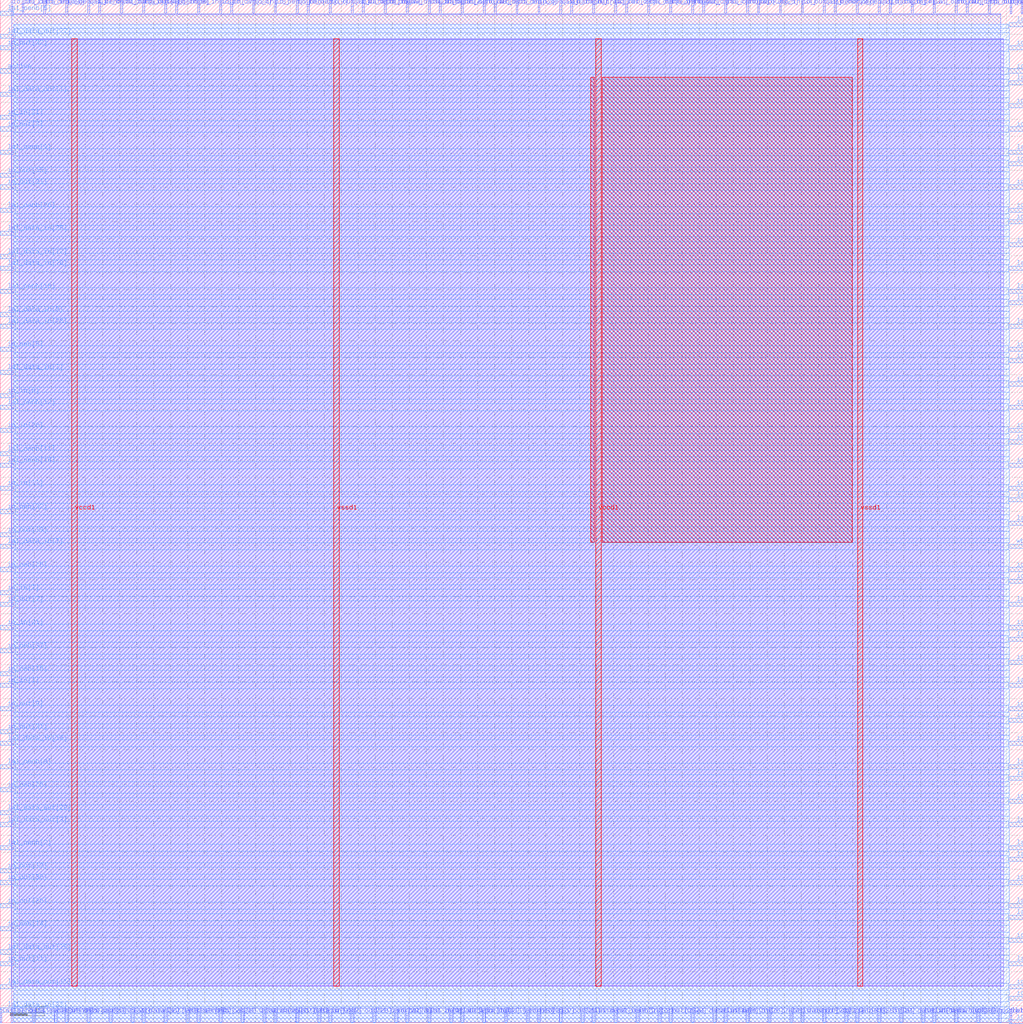
<source format=lef>
VERSION 5.7 ;
  NOWIREEXTENSIONATPIN ON ;
  DIVIDERCHAR "/" ;
  BUSBITCHARS "[]" ;
MACRO wrapped_PrimitiveCalculator
  CLASS BLOCK ;
  FOREIGN wrapped_PrimitiveCalculator ;
  ORIGIN 0.000 0.000 ;
  SIZE 300.000 BY 300.000 ;
  PIN active
    DIRECTION INPUT ;
    USE SIGNAL ;
    PORT
      LAYER met3 ;
        RECT 0.000 278.540 4.000 279.740 ;
    END
  END active
  PIN io_in[0]
    DIRECTION INPUT ;
    USE SIGNAL ;
    PORT
      LAYER met2 ;
        RECT 93.330 0.000 93.890 4.000 ;
    END
  END io_in[0]
  PIN io_in[10]
    DIRECTION INPUT ;
    USE SIGNAL ;
    PORT
      LAYER met2 ;
        RECT 167.390 296.000 167.950 300.000 ;
    END
  END io_in[10]
  PIN io_in[11]
    DIRECTION INPUT ;
    USE SIGNAL ;
    PORT
      LAYER met2 ;
        RECT 3.170 296.000 3.730 300.000 ;
    END
  END io_in[11]
  PIN io_in[12]
    DIRECTION INPUT ;
    USE SIGNAL ;
    PORT
      LAYER met3 ;
        RECT 296.000 251.340 300.000 252.540 ;
    END
  END io_in[12]
  PIN io_in[13]
    DIRECTION INPUT ;
    USE SIGNAL ;
    PORT
      LAYER met2 ;
        RECT 141.630 0.000 142.190 4.000 ;
    END
  END io_in[13]
  PIN io_in[14]
    DIRECTION INPUT ;
    USE SIGNAL ;
    PORT
      LAYER met2 ;
        RECT 112.650 296.000 113.210 300.000 ;
    END
  END io_in[14]
  PIN io_in[15]
    DIRECTION INPUT ;
    USE SIGNAL ;
    PORT
      LAYER met3 ;
        RECT 296.000 261.540 300.000 262.740 ;
    END
  END io_in[15]
  PIN io_in[16]
    DIRECTION INPUT ;
    USE SIGNAL ;
    PORT
      LAYER met3 ;
        RECT 296.000 23.540 300.000 24.740 ;
    END
  END io_in[16]
  PIN io_in[17]
    DIRECTION INPUT ;
    USE SIGNAL ;
    PORT
      LAYER met2 ;
        RECT 64.350 296.000 64.910 300.000 ;
    END
  END io_in[17]
  PIN io_in[18]
    DIRECTION INPUT ;
    USE SIGNAL ;
    PORT
      LAYER met2 ;
        RECT 74.010 296.000 74.570 300.000 ;
    END
  END io_in[18]
  PIN io_in[19]
    DIRECTION INPUT ;
    USE SIGNAL ;
    PORT
      LAYER met2 ;
        RECT 257.550 0.000 258.110 4.000 ;
    END
  END io_in[19]
  PIN io_in[1]
    DIRECTION INPUT ;
    USE SIGNAL ;
    PORT
      LAYER met3 ;
        RECT 0.000 98.340 4.000 99.540 ;
    END
  END io_in[1]
  PIN io_in[20]
    DIRECTION INPUT ;
    USE SIGNAL ;
    PORT
      LAYER met3 ;
        RECT 0.000 173.140 4.000 174.340 ;
    END
  END io_in[20]
  PIN io_in[21]
    DIRECTION INPUT ;
    USE SIGNAL ;
    PORT
      LAYER met3 ;
        RECT 0.000 115.340 4.000 116.540 ;
    END
  END io_in[21]
  PIN io_in[22]
    DIRECTION INPUT ;
    USE SIGNAL ;
    PORT
      LAYER met3 ;
        RECT 296.000 91.540 300.000 92.740 ;
    END
  END io_in[22]
  PIN io_in[23]
    DIRECTION INPUT ;
    USE SIGNAL ;
    PORT
      LAYER met2 ;
        RECT 57.910 296.000 58.470 300.000 ;
    END
  END io_in[23]
  PIN io_in[24]
    DIRECTION INPUT ;
    USE SIGNAL ;
    PORT
      LAYER met2 ;
        RECT 41.810 296.000 42.370 300.000 ;
    END
  END io_in[24]
  PIN io_in[25]
    DIRECTION INPUT ;
    USE SIGNAL ;
    PORT
      LAYER met2 ;
        RECT 225.350 0.000 225.910 4.000 ;
    END
  END io_in[25]
  PIN io_in[26]
    DIRECTION INPUT ;
    USE SIGNAL ;
    PORT
      LAYER met2 ;
        RECT 218.910 0.000 219.470 4.000 ;
    END
  END io_in[26]
  PIN io_in[27]
    DIRECTION INPUT ;
    USE SIGNAL ;
    PORT
      LAYER met3 ;
        RECT 296.000 64.340 300.000 65.540 ;
    END
  END io_in[27]
  PIN io_in[28]
    DIRECTION INPUT ;
    USE SIGNAL ;
    PORT
      LAYER met2 ;
        RECT 196.370 0.000 196.930 4.000 ;
    END
  END io_in[28]
  PIN io_in[29]
    DIRECTION INPUT ;
    USE SIGNAL ;
    PORT
      LAYER met2 ;
        RECT 299.410 296.000 299.970 300.000 ;
    END
  END io_in[29]
  PIN io_in[2]
    DIRECTION INPUT ;
    USE SIGNAL ;
    PORT
      LAYER met2 ;
        RECT 96.550 0.000 97.110 4.000 ;
    END
  END io_in[2]
  PIN io_in[30]
    DIRECTION INPUT ;
    USE SIGNAL ;
    PORT
      LAYER met3 ;
        RECT 296.000 115.340 300.000 116.540 ;
    END
  END io_in[30]
  PIN io_in[31]
    DIRECTION INPUT ;
    USE SIGNAL ;
    PORT
      LAYER met3 ;
        RECT 0.000 264.940 4.000 266.140 ;
    END
  END io_in[31]
  PIN io_in[32]
    DIRECTION INPUT ;
    USE SIGNAL ;
    PORT
      LAYER met2 ;
        RECT 186.710 0.000 187.270 4.000 ;
    END
  END io_in[32]
  PIN io_in[33]
    DIRECTION INPUT ;
    USE SIGNAL ;
    PORT
      LAYER met3 ;
        RECT 0.000 156.140 4.000 157.340 ;
    END
  END io_in[33]
  PIN io_in[34]
    DIRECTION INPUT ;
    USE SIGNAL ;
    PORT
      LAYER met2 ;
        RECT 228.570 296.000 229.130 300.000 ;
    END
  END io_in[34]
  PIN io_in[35]
    DIRECTION INPUT ;
    USE SIGNAL ;
    PORT
      LAYER met2 ;
        RECT 260.770 296.000 261.330 300.000 ;
    END
  END io_in[35]
  PIN io_in[36]
    DIRECTION INPUT ;
    USE SIGNAL ;
    PORT
      LAYER met3 ;
        RECT 296.000 186.740 300.000 187.940 ;
    END
  END io_in[36]
  PIN io_in[37]
    DIRECTION INPUT ;
    USE SIGNAL ;
    PORT
      LAYER met2 ;
        RECT 267.210 296.000 267.770 300.000 ;
    END
  END io_in[37]
  PIN io_in[3]
    DIRECTION INPUT ;
    USE SIGNAL ;
    PORT
      LAYER met2 ;
        RECT 173.830 296.000 174.390 300.000 ;
    END
  END io_in[3]
  PIN io_in[4]
    DIRECTION INPUT ;
    USE SIGNAL ;
    PORT
      LAYER met3 ;
        RECT 296.000 179.940 300.000 181.140 ;
    END
  END io_in[4]
  PIN io_in[5]
    DIRECTION INPUT ;
    USE SIGNAL ;
    PORT
      LAYER met3 ;
        RECT 296.000 285.340 300.000 286.540 ;
    END
  END io_in[5]
  PIN io_in[6]
    DIRECTION INPUT ;
    USE SIGNAL ;
    PORT
      LAYER met3 ;
        RECT 0.000 183.340 4.000 184.540 ;
    END
  END io_in[6]
  PIN io_in[7]
    DIRECTION INPUT ;
    USE SIGNAL ;
    PORT
      LAYER met3 ;
        RECT 0.000 125.540 4.000 126.740 ;
    END
  END io_in[7]
  PIN io_in[8]
    DIRECTION INPUT ;
    USE SIGNAL ;
    PORT
      LAYER met3 ;
        RECT 296.000 196.940 300.000 198.140 ;
    END
  END io_in[8]
  PIN io_in[9]
    DIRECTION INPUT ;
    USE SIGNAL ;
    PORT
      LAYER met2 ;
        RECT 51.470 296.000 52.030 300.000 ;
    END
  END io_in[9]
  PIN io_oeb[0]
    DIRECTION INOUT ;
    USE SIGNAL ;
    PORT
      LAYER met2 ;
        RECT 157.730 0.000 158.290 4.000 ;
    END
  END io_oeb[0]
  PIN io_oeb[10]
    DIRECTION INOUT ;
    USE SIGNAL ;
    PORT
      LAYER met3 ;
        RECT 0.000 101.740 4.000 102.940 ;
    END
  END io_oeb[10]
  PIN io_oeb[11]
    DIRECTION INOUT ;
    USE SIGNAL ;
    PORT
      LAYER met3 ;
        RECT 296.000 169.740 300.000 170.940 ;
    END
  END io_oeb[11]
  PIN io_oeb[12]
    DIRECTION INOUT ;
    USE SIGNAL ;
    PORT
      LAYER met3 ;
        RECT 296.000 88.140 300.000 89.340 ;
    END
  END io_oeb[12]
  PIN io_oeb[13]
    DIRECTION INOUT ;
    USE SIGNAL ;
    PORT
      LAYER met3 ;
        RECT 296.000 81.340 300.000 82.540 ;
    END
  END io_oeb[13]
  PIN io_oeb[14]
    DIRECTION INOUT ;
    USE SIGNAL ;
    PORT
      LAYER met3 ;
        RECT 0.000 26.940 4.000 28.140 ;
    END
  END io_oeb[14]
  PIN io_oeb[15]
    DIRECTION INOUT ;
    USE SIGNAL ;
    PORT
      LAYER met2 ;
        RECT 86.890 296.000 87.450 300.000 ;
    END
  END io_oeb[15]
  PIN io_oeb[16]
    DIRECTION INOUT ;
    USE SIGNAL ;
    PORT
      LAYER met3 ;
        RECT 296.000 9.940 300.000 11.140 ;
    END
  END io_oeb[16]
  PIN io_oeb[17]
    DIRECTION INOUT ;
    USE SIGNAL ;
    PORT
      LAYER met2 ;
        RECT 80.450 0.000 81.010 4.000 ;
    END
  END io_oeb[17]
  PIN io_oeb[18]
    DIRECTION INOUT ;
    USE SIGNAL ;
    PORT
      LAYER met2 ;
        RECT 218.910 296.000 219.470 300.000 ;
    END
  END io_oeb[18]
  PIN io_oeb[19]
    DIRECTION INOUT ;
    USE SIGNAL ;
    PORT
      LAYER met2 ;
        RECT 90.110 296.000 90.670 300.000 ;
    END
  END io_oeb[19]
  PIN io_oeb[1]
    DIRECTION INOUT ;
    USE SIGNAL ;
    PORT
      LAYER met2 ;
        RECT 235.010 0.000 235.570 4.000 ;
    END
  END io_oeb[1]
  PIN io_oeb[20]
    DIRECTION INOUT ;
    USE SIGNAL ;
    PORT
      LAYER met3 ;
        RECT 296.000 128.940 300.000 130.140 ;
    END
  END io_oeb[20]
  PIN io_oeb[21]
    DIRECTION INOUT ;
    USE SIGNAL ;
    PORT
      LAYER met2 ;
        RECT 12.830 296.000 13.390 300.000 ;
    END
  END io_oeb[21]
  PIN io_oeb[22]
    DIRECTION INOUT ;
    USE SIGNAL ;
    PORT
      LAYER met2 ;
        RECT 32.150 0.000 32.710 4.000 ;
    END
  END io_oeb[22]
  PIN io_oeb[23]
    DIRECTION INOUT ;
    USE SIGNAL ;
    PORT
      LAYER met2 ;
        RECT 151.290 296.000 151.850 300.000 ;
    END
  END io_oeb[23]
  PIN io_oeb[24]
    DIRECTION INOUT ;
    USE SIGNAL ;
    PORT
      LAYER met2 ;
        RECT 157.730 296.000 158.290 300.000 ;
    END
  END io_oeb[24]
  PIN io_oeb[25]
    DIRECTION INOUT ;
    USE SIGNAL ;
    PORT
      LAYER met2 ;
        RECT 286.530 0.000 287.090 4.000 ;
    END
  END io_oeb[25]
  PIN io_oeb[26]
    DIRECTION INOUT ;
    USE SIGNAL ;
    PORT
      LAYER met3 ;
        RECT 296.000 234.340 300.000 235.540 ;
    END
  END io_oeb[26]
  PIN io_oeb[27]
    DIRECTION INOUT ;
    USE SIGNAL ;
    PORT
      LAYER met2 ;
        RECT 180.270 296.000 180.830 300.000 ;
    END
  END io_oeb[27]
  PIN io_oeb[28]
    DIRECTION INOUT ;
    USE SIGNAL ;
    PORT
      LAYER met2 ;
        RECT 251.110 0.000 251.670 4.000 ;
    END
  END io_oeb[28]
  PIN io_oeb[29]
    DIRECTION INOUT ;
    USE SIGNAL ;
    PORT
      LAYER met3 ;
        RECT 296.000 193.540 300.000 194.740 ;
    END
  END io_oeb[29]
  PIN io_oeb[2]
    DIRECTION INOUT ;
    USE SIGNAL ;
    PORT
      LAYER met2 ;
        RECT 251.110 296.000 251.670 300.000 ;
    END
  END io_oeb[2]
  PIN io_oeb[30]
    DIRECTION INOUT ;
    USE SIGNAL ;
    PORT
      LAYER met2 ;
        RECT 19.270 296.000 19.830 300.000 ;
    END
  END io_oeb[30]
  PIN io_oeb[31]
    DIRECTION INOUT ;
    USE SIGNAL ;
    PORT
      LAYER met2 ;
        RECT 247.890 0.000 248.450 4.000 ;
    END
  END io_oeb[31]
  PIN io_oeb[32]
    DIRECTION INOUT ;
    USE SIGNAL ;
    PORT
      LAYER met3 ;
        RECT 0.000 149.340 4.000 150.540 ;
    END
  END io_oeb[32]
  PIN io_oeb[33]
    DIRECTION INOUT ;
    USE SIGNAL ;
    PORT
      LAYER met2 ;
        RECT 292.970 0.000 293.530 4.000 ;
    END
  END io_oeb[33]
  PIN io_oeb[34]
    DIRECTION INOUT ;
    USE SIGNAL ;
    PORT
      LAYER met2 ;
        RECT 67.570 296.000 68.130 300.000 ;
    END
  END io_oeb[34]
  PIN io_oeb[35]
    DIRECTION INOUT ;
    USE SIGNAL ;
    PORT
      LAYER met3 ;
        RECT 0.000 132.340 4.000 133.540 ;
    END
  END io_oeb[35]
  PIN io_oeb[36]
    DIRECTION INOUT ;
    USE SIGNAL ;
    PORT
      LAYER met3 ;
        RECT 0.000 67.740 4.000 68.940 ;
    END
  END io_oeb[36]
  PIN io_oeb[37]
    DIRECTION INOUT ;
    USE SIGNAL ;
    PORT
      LAYER met3 ;
        RECT 0.000 108.540 4.000 109.740 ;
    END
  END io_oeb[37]
  PIN io_oeb[3]
    DIRECTION INOUT ;
    USE SIGNAL ;
    PORT
      LAYER met2 ;
        RECT 154.510 0.000 155.070 4.000 ;
    END
  END io_oeb[3]
  PIN io_oeb[4]
    DIRECTION INOUT ;
    USE SIGNAL ;
    PORT
      LAYER met3 ;
        RECT 296.000 -0.260 300.000 0.940 ;
    END
  END io_oeb[4]
  PIN io_oeb[5]
    DIRECTION INOUT ;
    USE SIGNAL ;
    PORT
      LAYER met3 ;
        RECT 0.000 196.940 4.000 198.140 ;
    END
  END io_oeb[5]
  PIN io_oeb[6]
    DIRECTION INOUT ;
    USE SIGNAL ;
    PORT
      LAYER met3 ;
        RECT 296.000 105.140 300.000 106.340 ;
    END
  END io_oeb[6]
  PIN io_oeb[7]
    DIRECTION INOUT ;
    USE SIGNAL ;
    PORT
      LAYER met2 ;
        RECT 80.450 296.000 81.010 300.000 ;
    END
  END io_oeb[7]
  PIN io_oeb[8]
    DIRECTION INOUT ;
    USE SIGNAL ;
    PORT
      LAYER met2 ;
        RECT 25.710 0.000 26.270 4.000 ;
    END
  END io_oeb[8]
  PIN io_oeb[9]
    DIRECTION INOUT ;
    USE SIGNAL ;
    PORT
      LAYER met2 ;
        RECT 64.350 0.000 64.910 4.000 ;
    END
  END io_oeb[9]
  PIN io_out[0]
    DIRECTION INOUT ;
    USE SIGNAL ;
    PORT
      LAYER met3 ;
        RECT 296.000 278.540 300.000 279.740 ;
    END
  END io_out[0]
  PIN io_out[10]
    DIRECTION INOUT ;
    USE SIGNAL ;
    PORT
      LAYER met3 ;
        RECT 296.000 162.940 300.000 164.140 ;
    END
  END io_out[10]
  PIN io_out[11]
    DIRECTION INOUT ;
    USE SIGNAL ;
    PORT
      LAYER met3 ;
        RECT 0.000 16.740 4.000 17.940 ;
    END
  END io_out[11]
  PIN io_out[12]
    DIRECTION INOUT ;
    USE SIGNAL ;
    PORT
      LAYER met3 ;
        RECT 0.000 43.940 4.000 45.140 ;
    END
  END io_out[12]
  PIN io_out[13]
    DIRECTION INOUT ;
    USE SIGNAL ;
    PORT
      LAYER met2 ;
        RECT 241.450 0.000 242.010 4.000 ;
    END
  END io_out[13]
  PIN io_out[14]
    DIRECTION INOUT ;
    USE SIGNAL ;
    PORT
      LAYER met3 ;
        RECT 296.000 237.740 300.000 238.940 ;
    END
  END io_out[14]
  PIN io_out[15]
    DIRECTION INOUT ;
    USE SIGNAL ;
    PORT
      LAYER met3 ;
        RECT 0.000 247.940 4.000 249.140 ;
    END
  END io_out[15]
  PIN io_out[16]
    DIRECTION INOUT ;
    USE SIGNAL ;
    PORT
      LAYER met3 ;
        RECT 296.000 156.140 300.000 157.340 ;
    END
  END io_out[16]
  PIN io_out[17]
    DIRECTION INOUT ;
    USE SIGNAL ;
    PORT
      LAYER met2 ;
        RECT 280.090 296.000 280.650 300.000 ;
    END
  END io_out[17]
  PIN io_out[18]
    DIRECTION INOUT ;
    USE SIGNAL ;
    PORT
      LAYER met2 ;
        RECT 280.090 0.000 280.650 4.000 ;
    END
  END io_out[18]
  PIN io_out[19]
    DIRECTION INOUT ;
    USE SIGNAL ;
    PORT
      LAYER met3 ;
        RECT 0.000 142.540 4.000 143.740 ;
    END
  END io_out[19]
  PIN io_out[1]
    DIRECTION INOUT ;
    USE SIGNAL ;
    PORT
      LAYER met2 ;
        RECT 202.810 296.000 203.370 300.000 ;
    END
  END io_out[1]
  PIN io_out[20]
    DIRECTION INOUT ;
    USE SIGNAL ;
    PORT
      LAYER met2 ;
        RECT 244.670 296.000 245.230 300.000 ;
    END
  END io_out[20]
  PIN io_out[21]
    DIRECTION INOUT ;
    USE SIGNAL ;
    PORT
      LAYER met3 ;
        RECT 0.000 244.540 4.000 245.740 ;
    END
  END io_out[21]
  PIN io_out[22]
    DIRECTION INOUT ;
    USE SIGNAL ;
    PORT
      LAYER met2 ;
        RECT 193.150 0.000 193.710 4.000 ;
    END
  END io_out[22]
  PIN io_out[23]
    DIRECTION INOUT ;
    USE SIGNAL ;
    PORT
      LAYER met3 ;
        RECT 296.000 132.340 300.000 133.540 ;
    END
  END io_out[23]
  PIN io_out[24]
    DIRECTION INOUT ;
    USE SIGNAL ;
    PORT
      LAYER met2 ;
        RECT 164.170 0.000 164.730 4.000 ;
    END
  END io_out[24]
  PIN io_out[25]
    DIRECTION INOUT ;
    USE SIGNAL ;
    PORT
      LAYER met2 ;
        RECT 222.130 296.000 222.690 300.000 ;
    END
  END io_out[25]
  PIN io_out[26]
    DIRECTION INOUT ;
    USE SIGNAL ;
    PORT
      LAYER met3 ;
        RECT 0.000 33.740 4.000 34.940 ;
    END
  END io_out[26]
  PIN io_out[27]
    DIRECTION INOUT ;
    USE SIGNAL ;
    PORT
      LAYER met2 ;
        RECT 235.010 296.000 235.570 300.000 ;
    END
  END io_out[27]
  PIN io_out[28]
    DIRECTION INOUT ;
    USE SIGNAL ;
    PORT
      LAYER met2 ;
        RECT 102.990 0.000 103.550 4.000 ;
    END
  END io_out[28]
  PIN io_out[29]
    DIRECTION INOUT ;
    USE SIGNAL ;
    PORT
      LAYER met3 ;
        RECT 296.000 6.540 300.000 7.740 ;
    END
  END io_out[29]
  PIN io_out[2]
    DIRECTION INOUT ;
    USE SIGNAL ;
    PORT
      LAYER met2 ;
        RECT 41.810 0.000 42.370 4.000 ;
    END
  END io_out[2]
  PIN io_out[30]
    DIRECTION INOUT ;
    USE SIGNAL ;
    PORT
      LAYER met3 ;
        RECT 0.000 40.540 4.000 41.740 ;
    END
  END io_out[30]
  PIN io_out[31]
    DIRECTION INOUT ;
    USE SIGNAL ;
    PORT
      LAYER met3 ;
        RECT 0.000 84.740 4.000 85.940 ;
    END
  END io_out[31]
  PIN io_out[32]
    DIRECTION INOUT ;
    USE SIGNAL ;
    PORT
      LAYER met3 ;
        RECT 0.000 285.340 4.000 286.540 ;
    END
  END io_out[32]
  PIN io_out[33]
    DIRECTION INOUT ;
    USE SIGNAL ;
    PORT
      LAYER met3 ;
        RECT 296.000 40.540 300.000 41.740 ;
    END
  END io_out[33]
  PIN io_out[34]
    DIRECTION INOUT ;
    USE SIGNAL ;
    PORT
      LAYER met3 ;
        RECT 296.000 244.540 300.000 245.740 ;
    END
  END io_out[34]
  PIN io_out[35]
    DIRECTION INOUT ;
    USE SIGNAL ;
    PORT
      LAYER met3 ;
        RECT 296.000 227.540 300.000 228.740 ;
    END
  END io_out[35]
  PIN io_out[36]
    DIRECTION INOUT ;
    USE SIGNAL ;
    PORT
      LAYER met2 ;
        RECT 96.550 296.000 97.110 300.000 ;
    END
  END io_out[36]
  PIN io_out[37]
    DIRECTION INOUT ;
    USE SIGNAL ;
    PORT
      LAYER met3 ;
        RECT 296.000 268.340 300.000 269.540 ;
    END
  END io_out[37]
  PIN io_out[3]
    DIRECTION INOUT ;
    USE SIGNAL ;
    PORT
      LAYER met3 ;
        RECT 0.000 261.540 4.000 262.740 ;
    END
  END io_out[3]
  PIN io_out[4]
    DIRECTION INOUT ;
    USE SIGNAL ;
    PORT
      LAYER met3 ;
        RECT 296.000 173.140 300.000 174.340 ;
    END
  END io_out[4]
  PIN io_out[5]
    DIRECTION INOUT ;
    USE SIGNAL ;
    PORT
      LAYER met2 ;
        RECT 141.630 296.000 142.190 300.000 ;
    END
  END io_out[5]
  PIN io_out[6]
    DIRECTION INOUT ;
    USE SIGNAL ;
    PORT
      LAYER met2 ;
        RECT 289.750 296.000 290.310 300.000 ;
    END
  END io_out[6]
  PIN io_out[7]
    DIRECTION INOUT ;
    USE SIGNAL ;
    PORT
      LAYER met3 ;
        RECT 0.000 122.140 4.000 123.340 ;
    END
  END io_out[7]
  PIN io_out[8]
    DIRECTION INOUT ;
    USE SIGNAL ;
    PORT
      LAYER met2 ;
        RECT 115.870 0.000 116.430 4.000 ;
    END
  END io_out[8]
  PIN io_out[9]
    DIRECTION INOUT ;
    USE SIGNAL ;
    PORT
      LAYER met3 ;
        RECT 0.000 91.540 4.000 92.740 ;
    END
  END io_out[9]
  PIN la1_data_in[0]
    DIRECTION INPUT ;
    USE SIGNAL ;
    PORT
      LAYER met3 ;
        RECT 296.000 47.340 300.000 48.540 ;
    END
  END la1_data_in[0]
  PIN la1_data_in[10]
    DIRECTION INPUT ;
    USE SIGNAL ;
    PORT
      LAYER met2 ;
        RECT 131.970 0.000 132.530 4.000 ;
    END
  END la1_data_in[10]
  PIN la1_data_in[11]
    DIRECTION INPUT ;
    USE SIGNAL ;
    PORT
      LAYER met3 ;
        RECT 296.000 33.740 300.000 34.940 ;
    END
  END la1_data_in[11]
  PIN la1_data_in[12]
    DIRECTION INPUT ;
    USE SIGNAL ;
    PORT
      LAYER met3 ;
        RECT 0.000 224.140 4.000 225.340 ;
    END
  END la1_data_in[12]
  PIN la1_data_in[13]
    DIRECTION INPUT ;
    USE SIGNAL ;
    PORT
      LAYER met2 ;
        RECT 202.810 0.000 203.370 4.000 ;
    END
  END la1_data_in[13]
  PIN la1_data_in[14]
    DIRECTION INPUT ;
    USE SIGNAL ;
    PORT
      LAYER met3 ;
        RECT 0.000 81.340 4.000 82.540 ;
    END
  END la1_data_in[14]
  PIN la1_data_in[15]
    DIRECTION INPUT ;
    USE SIGNAL ;
    PORT
      LAYER met2 ;
        RECT 102.990 296.000 103.550 300.000 ;
    END
  END la1_data_in[15]
  PIN la1_data_in[16]
    DIRECTION INPUT ;
    USE SIGNAL ;
    PORT
      LAYER met2 ;
        RECT 189.930 296.000 190.490 300.000 ;
    END
  END la1_data_in[16]
  PIN la1_data_in[17]
    DIRECTION INPUT ;
    USE SIGNAL ;
    PORT
      LAYER met2 ;
        RECT 144.850 296.000 145.410 300.000 ;
    END
  END la1_data_in[17]
  PIN la1_data_in[18]
    DIRECTION INPUT ;
    USE SIGNAL ;
    PORT
      LAYER met2 ;
        RECT 263.990 0.000 264.550 4.000 ;
    END
  END la1_data_in[18]
  PIN la1_data_in[19]
    DIRECTION INPUT ;
    USE SIGNAL ;
    PORT
      LAYER met2 ;
        RECT 106.210 296.000 106.770 300.000 ;
    END
  END la1_data_in[19]
  PIN la1_data_in[1]
    DIRECTION INPUT ;
    USE SIGNAL ;
    PORT
      LAYER met2 ;
        RECT 119.090 0.000 119.650 4.000 ;
    END
  END la1_data_in[1]
  PIN la1_data_in[20]
    DIRECTION INPUT ;
    USE SIGNAL ;
    PORT
      LAYER met3 ;
        RECT 0.000 220.740 4.000 221.940 ;
    END
  END la1_data_in[20]
  PIN la1_data_in[21]
    DIRECTION INPUT ;
    USE SIGNAL ;
    PORT
      LAYER met2 ;
        RECT 296.190 296.000 296.750 300.000 ;
    END
  END la1_data_in[21]
  PIN la1_data_in[22]
    DIRECTION INPUT ;
    USE SIGNAL ;
    PORT
      LAYER met3 ;
        RECT 296.000 50.740 300.000 51.940 ;
    END
  END la1_data_in[22]
  PIN la1_data_in[23]
    DIRECTION INPUT ;
    USE SIGNAL ;
    PORT
      LAYER met3 ;
        RECT 0.000 3.140 4.000 4.340 ;
    END
  END la1_data_in[23]
  PIN la1_data_in[24]
    DIRECTION INPUT ;
    USE SIGNAL ;
    PORT
      LAYER met2 ;
        RECT 86.890 0.000 87.450 4.000 ;
    END
  END la1_data_in[24]
  PIN la1_data_in[25]
    DIRECTION INPUT ;
    USE SIGNAL ;
    PORT
      LAYER met3 ;
        RECT 0.000 230.940 4.000 232.140 ;
    END
  END la1_data_in[25]
  PIN la1_data_in[26]
    DIRECTION INPUT ;
    USE SIGNAL ;
    PORT
      LAYER met3 ;
        RECT 296.000 16.740 300.000 17.940 ;
    END
  END la1_data_in[26]
  PIN la1_data_in[27]
    DIRECTION INPUT ;
    USE SIGNAL ;
    PORT
      LAYER met2 ;
        RECT 173.830 0.000 174.390 4.000 ;
    END
  END la1_data_in[27]
  PIN la1_data_in[28]
    DIRECTION INPUT ;
    USE SIGNAL ;
    PORT
      LAYER met3 ;
        RECT 0.000 203.740 4.000 204.940 ;
    END
  END la1_data_in[28]
  PIN la1_data_in[29]
    DIRECTION INPUT ;
    USE SIGNAL ;
    PORT
      LAYER met2 ;
        RECT 6.390 296.000 6.950 300.000 ;
    END
  END la1_data_in[29]
  PIN la1_data_in[2]
    DIRECTION INPUT ;
    USE SIGNAL ;
    PORT
      LAYER met2 ;
        RECT 70.790 0.000 71.350 4.000 ;
    END
  END la1_data_in[2]
  PIN la1_data_in[30]
    DIRECTION INPUT ;
    USE SIGNAL ;
    PORT
      LAYER met2 ;
        RECT 9.610 0.000 10.170 4.000 ;
    END
  END la1_data_in[30]
  PIN la1_data_in[31]
    DIRECTION INPUT ;
    USE SIGNAL ;
    PORT
      LAYER met2 ;
        RECT 231.790 0.000 232.350 4.000 ;
    END
  END la1_data_in[31]
  PIN la1_data_in[3]
    DIRECTION INPUT ;
    USE SIGNAL ;
    PORT
      LAYER met3 ;
        RECT 0.000 190.140 4.000 191.340 ;
    END
  END la1_data_in[3]
  PIN la1_data_in[4]
    DIRECTION INPUT ;
    USE SIGNAL ;
    PORT
      LAYER met2 ;
        RECT 257.550 296.000 258.110 300.000 ;
    END
  END la1_data_in[4]
  PIN la1_data_in[5]
    DIRECTION INPUT ;
    USE SIGNAL ;
    PORT
      LAYER met3 ;
        RECT 296.000 145.940 300.000 147.140 ;
    END
  END la1_data_in[5]
  PIN la1_data_in[6]
    DIRECTION INPUT ;
    USE SIGNAL ;
    PORT
      LAYER met2 ;
        RECT 119.090 296.000 119.650 300.000 ;
    END
  END la1_data_in[6]
  PIN la1_data_in[7]
    DIRECTION INPUT ;
    USE SIGNAL ;
    PORT
      LAYER met3 ;
        RECT 0.000 139.140 4.000 140.340 ;
    END
  END la1_data_in[7]
  PIN la1_data_in[8]
    DIRECTION INPUT ;
    USE SIGNAL ;
    PORT
      LAYER met2 ;
        RECT 125.530 296.000 126.090 300.000 ;
    END
  END la1_data_in[8]
  PIN la1_data_in[9]
    DIRECTION INPUT ;
    USE SIGNAL ;
    PORT
      LAYER met3 ;
        RECT 0.000 207.140 4.000 208.340 ;
    END
  END la1_data_in[9]
  PIN la1_data_out[0]
    DIRECTION INOUT ;
    USE SIGNAL ;
    PORT
      LAYER met2 ;
        RECT 48.250 0.000 48.810 4.000 ;
    END
  END la1_data_out[0]
  PIN la1_data_out[10]
    DIRECTION INOUT ;
    USE SIGNAL ;
    PORT
      LAYER met3 ;
        RECT 296.000 71.140 300.000 72.340 ;
    END
  END la1_data_out[10]
  PIN la1_data_out[11]
    DIRECTION INOUT ;
    USE SIGNAL ;
    PORT
      LAYER met2 ;
        RECT 135.190 0.000 135.750 4.000 ;
    END
  END la1_data_out[11]
  PIN la1_data_out[12]
    DIRECTION INOUT ;
    USE SIGNAL ;
    PORT
      LAYER met3 ;
        RECT 296.000 275.140 300.000 276.340 ;
    END
  END la1_data_out[12]
  PIN la1_data_out[13]
    DIRECTION INOUT ;
    USE SIGNAL ;
    PORT
      LAYER met2 ;
        RECT 28.930 296.000 29.490 300.000 ;
    END
  END la1_data_out[13]
  PIN la1_data_out[14]
    DIRECTION INOUT ;
    USE SIGNAL ;
    PORT
      LAYER met2 ;
        RECT 164.170 296.000 164.730 300.000 ;
    END
  END la1_data_out[14]
  PIN la1_data_out[15]
    DIRECTION INOUT ;
    USE SIGNAL ;
    PORT
      LAYER met3 ;
        RECT 0.000 9.940 4.000 11.140 ;
    END
  END la1_data_out[15]
  PIN la1_data_out[16]
    DIRECTION INOUT ;
    USE SIGNAL ;
    PORT
      LAYER met3 ;
        RECT 296.000 98.340 300.000 99.540 ;
    END
  END la1_data_out[16]
  PIN la1_data_out[17]
    DIRECTION INOUT ;
    USE SIGNAL ;
    PORT
      LAYER met3 ;
        RECT 296.000 213.940 300.000 215.140 ;
    END
  END la1_data_out[17]
  PIN la1_data_out[18]
    DIRECTION INOUT ;
    USE SIGNAL ;
    PORT
      LAYER met2 ;
        RECT 35.370 296.000 35.930 300.000 ;
    END
  END la1_data_out[18]
  PIN la1_data_out[19]
    DIRECTION INOUT ;
    USE SIGNAL ;
    PORT
      LAYER met3 ;
        RECT 296.000 152.740 300.000 153.940 ;
    END
  END la1_data_out[19]
  PIN la1_data_out[1]
    DIRECTION INOUT ;
    USE SIGNAL ;
    PORT
      LAYER met3 ;
        RECT 0.000 271.740 4.000 272.940 ;
    END
  END la1_data_out[1]
  PIN la1_data_out[20]
    DIRECTION INOUT ;
    USE SIGNAL ;
    PORT
      LAYER met3 ;
        RECT 0.000 60.940 4.000 62.140 ;
    END
  END la1_data_out[20]
  PIN la1_data_out[21]
    DIRECTION INOUT ;
    USE SIGNAL ;
    PORT
      LAYER met3 ;
        RECT 296.000 254.740 300.000 255.940 ;
    END
  END la1_data_out[21]
  PIN la1_data_out[22]
    DIRECTION INOUT ;
    USE SIGNAL ;
    PORT
      LAYER met2 ;
        RECT 183.490 296.000 184.050 300.000 ;
    END
  END la1_data_out[22]
  PIN la1_data_out[23]
    DIRECTION INOUT ;
    USE SIGNAL ;
    PORT
      LAYER met2 ;
        RECT 77.230 0.000 77.790 4.000 ;
    END
  END la1_data_out[23]
  PIN la1_data_out[24]
    DIRECTION INOUT ;
    USE SIGNAL ;
    PORT
      LAYER met3 ;
        RECT 296.000 111.940 300.000 113.140 ;
    END
  END la1_data_out[24]
  PIN la1_data_out[25]
    DIRECTION INOUT ;
    USE SIGNAL ;
    PORT
      LAYER met3 ;
        RECT 0.000 20.140 4.000 21.340 ;
    END
  END la1_data_out[25]
  PIN la1_data_out[26]
    DIRECTION INOUT ;
    USE SIGNAL ;
    PORT
      LAYER met3 ;
        RECT 296.000 30.340 300.000 31.540 ;
    END
  END la1_data_out[26]
  PIN la1_data_out[27]
    DIRECTION INOUT ;
    USE SIGNAL ;
    PORT
      LAYER met3 ;
        RECT 0.000 288.740 4.000 289.940 ;
    END
  END la1_data_out[27]
  PIN la1_data_out[28]
    DIRECTION INOUT ;
    USE SIGNAL ;
    PORT
      LAYER met2 ;
        RECT 270.430 0.000 270.990 4.000 ;
    END
  END la1_data_out[28]
  PIN la1_data_out[29]
    DIRECTION INOUT ;
    USE SIGNAL ;
    PORT
      LAYER met2 ;
        RECT 38.590 0.000 39.150 4.000 ;
    END
  END la1_data_out[29]
  PIN la1_data_out[2]
    DIRECTION INOUT ;
    USE SIGNAL ;
    PORT
      LAYER met2 ;
        RECT 125.530 0.000 126.090 4.000 ;
    END
  END la1_data_out[2]
  PIN la1_data_out[30]
    DIRECTION INOUT ;
    USE SIGNAL ;
    PORT
      LAYER met3 ;
        RECT 296.000 74.540 300.000 75.740 ;
    END
  END la1_data_out[30]
  PIN la1_data_out[31]
    DIRECTION INOUT ;
    USE SIGNAL ;
    PORT
      LAYER met3 ;
        RECT 296.000 292.140 300.000 293.340 ;
    END
  END la1_data_out[31]
  PIN la1_data_out[3]
    DIRECTION INOUT ;
    USE SIGNAL ;
    PORT
      LAYER met3 ;
        RECT 0.000 57.540 4.000 58.740 ;
    END
  END la1_data_out[3]
  PIN la1_data_out[4]
    DIRECTION INOUT ;
    USE SIGNAL ;
    PORT
      LAYER met2 ;
        RECT 273.650 0.000 274.210 4.000 ;
    END
  END la1_data_out[4]
  PIN la1_data_out[5]
    DIRECTION INOUT ;
    USE SIGNAL ;
    PORT
      LAYER met2 ;
        RECT 19.270 0.000 19.830 4.000 ;
    END
  END la1_data_out[5]
  PIN la1_data_out[6]
    DIRECTION INOUT ;
    USE SIGNAL ;
    PORT
      LAYER met3 ;
        RECT 296.000 122.140 300.000 123.340 ;
    END
  END la1_data_out[6]
  PIN la1_data_out[7]
    DIRECTION INOUT ;
    USE SIGNAL ;
    PORT
      LAYER met2 ;
        RECT 3.170 0.000 3.730 4.000 ;
    END
  END la1_data_out[7]
  PIN la1_data_out[8]
    DIRECTION INOUT ;
    USE SIGNAL ;
    PORT
      LAYER met3 ;
        RECT 296.000 220.740 300.000 221.940 ;
    END
  END la1_data_out[8]
  PIN la1_data_out[9]
    DIRECTION INOUT ;
    USE SIGNAL ;
    PORT
      LAYER met2 ;
        RECT 283.310 296.000 283.870 300.000 ;
    END
  END la1_data_out[9]
  PIN la1_oenb[0]
    DIRECTION INPUT ;
    USE SIGNAL ;
    PORT
      LAYER met2 ;
        RECT 296.190 0.000 296.750 4.000 ;
    END
  END la1_oenb[0]
  PIN la1_oenb[10]
    DIRECTION INPUT ;
    USE SIGNAL ;
    PORT
      LAYER met2 ;
        RECT 273.650 296.000 274.210 300.000 ;
    END
  END la1_oenb[10]
  PIN la1_oenb[11]
    DIRECTION INPUT ;
    USE SIGNAL ;
    PORT
      LAYER met3 ;
        RECT 0.000 166.340 4.000 167.540 ;
    END
  END la1_oenb[11]
  PIN la1_oenb[12]
    DIRECTION INPUT ;
    USE SIGNAL ;
    PORT
      LAYER met3 ;
        RECT 0.000 179.940 4.000 181.140 ;
    END
  END la1_oenb[12]
  PIN la1_oenb[13]
    DIRECTION INPUT ;
    USE SIGNAL ;
    PORT
      LAYER met2 ;
        RECT 180.270 0.000 180.830 4.000 ;
    END
  END la1_oenb[13]
  PIN la1_oenb[14]
    DIRECTION INPUT ;
    USE SIGNAL ;
    PORT
      LAYER met2 ;
        RECT -0.050 0.000 0.510 4.000 ;
    END
  END la1_oenb[14]
  PIN la1_oenb[15]
    DIRECTION INPUT ;
    USE SIGNAL ;
    PORT
      LAYER met2 ;
        RECT 212.470 0.000 213.030 4.000 ;
    END
  END la1_oenb[15]
  PIN la1_oenb[16]
    DIRECTION INPUT ;
    USE SIGNAL ;
    PORT
      LAYER met3 ;
        RECT 0.000 213.940 4.000 215.140 ;
    END
  END la1_oenb[16]
  PIN la1_oenb[17]
    DIRECTION INPUT ;
    USE SIGNAL ;
    PORT
      LAYER met2 ;
        RECT 25.710 296.000 26.270 300.000 ;
    END
  END la1_oenb[17]
  PIN la1_oenb[18]
    DIRECTION INPUT ;
    USE SIGNAL ;
    PORT
      LAYER met2 ;
        RECT 135.190 296.000 135.750 300.000 ;
    END
  END la1_oenb[18]
  PIN la1_oenb[19]
    DIRECTION INPUT ;
    USE SIGNAL ;
    PORT
      LAYER met3 ;
        RECT 0.000 162.940 4.000 164.140 ;
    END
  END la1_oenb[19]
  PIN la1_oenb[1]
    DIRECTION INPUT ;
    USE SIGNAL ;
    PORT
      LAYER met2 ;
        RECT 54.690 0.000 55.250 4.000 ;
    END
  END la1_oenb[1]
  PIN la1_oenb[20]
    DIRECTION INPUT ;
    USE SIGNAL ;
    PORT
      LAYER met2 ;
        RECT 16.050 0.000 16.610 4.000 ;
    END
  END la1_oenb[20]
  PIN la1_oenb[21]
    DIRECTION INPUT ;
    USE SIGNAL ;
    PORT
      LAYER met2 ;
        RECT 196.370 296.000 196.930 300.000 ;
    END
  END la1_oenb[21]
  PIN la1_oenb[22]
    DIRECTION INPUT ;
    USE SIGNAL ;
    PORT
      LAYER met2 ;
        RECT 128.750 296.000 129.310 300.000 ;
    END
  END la1_oenb[22]
  PIN la1_oenb[23]
    DIRECTION INPUT ;
    USE SIGNAL ;
    PORT
      LAYER met2 ;
        RECT 148.070 0.000 148.630 4.000 ;
    END
  END la1_oenb[23]
  PIN la1_oenb[24]
    DIRECTION INPUT ;
    USE SIGNAL ;
    PORT
      LAYER met2 ;
        RECT 241.450 296.000 242.010 300.000 ;
    END
  END la1_oenb[24]
  PIN la1_oenb[25]
    DIRECTION INPUT ;
    USE SIGNAL ;
    PORT
      LAYER met3 ;
        RECT 296.000 57.540 300.000 58.740 ;
    END
  END la1_oenb[25]
  PIN la1_oenb[26]
    DIRECTION INPUT ;
    USE SIGNAL ;
    PORT
      LAYER met3 ;
        RECT 0.000 237.740 4.000 238.940 ;
    END
  END la1_oenb[26]
  PIN la1_oenb[27]
    DIRECTION INPUT ;
    USE SIGNAL ;
    PORT
      LAYER met3 ;
        RECT 296.000 210.540 300.000 211.740 ;
    END
  END la1_oenb[27]
  PIN la1_oenb[28]
    DIRECTION INPUT ;
    USE SIGNAL ;
    PORT
      LAYER met2 ;
        RECT 57.910 0.000 58.470 4.000 ;
    END
  END la1_oenb[28]
  PIN la1_oenb[29]
    DIRECTION INPUT ;
    USE SIGNAL ;
    PORT
      LAYER met2 ;
        RECT 109.430 0.000 109.990 4.000 ;
    END
  END la1_oenb[29]
  PIN la1_oenb[2]
    DIRECTION INPUT ;
    USE SIGNAL ;
    PORT
      LAYER met3 ;
        RECT 0.000 50.740 4.000 51.940 ;
    END
  END la1_oenb[2]
  PIN la1_oenb[30]
    DIRECTION INPUT ;
    USE SIGNAL ;
    PORT
      LAYER met3 ;
        RECT 296.000 203.740 300.000 204.940 ;
    END
  END la1_oenb[30]
  PIN la1_oenb[31]
    DIRECTION INPUT ;
    USE SIGNAL ;
    PORT
      LAYER met2 ;
        RECT 170.610 0.000 171.170 4.000 ;
    END
  END la1_oenb[31]
  PIN la1_oenb[3]
    DIRECTION INPUT ;
    USE SIGNAL ;
    PORT
      LAYER met2 ;
        RECT 212.470 296.000 213.030 300.000 ;
    END
  END la1_oenb[3]
  PIN la1_oenb[4]
    DIRECTION INPUT ;
    USE SIGNAL ;
    PORT
      LAYER met2 ;
        RECT 206.030 296.000 206.590 300.000 ;
    END
  END la1_oenb[4]
  PIN la1_oenb[5]
    DIRECTION INPUT ;
    USE SIGNAL ;
    PORT
      LAYER met3 ;
        RECT 0.000 295.540 4.000 296.740 ;
    END
  END la1_oenb[5]
  PIN la1_oenb[6]
    DIRECTION INPUT ;
    USE SIGNAL ;
    PORT
      LAYER met2 ;
        RECT 48.250 296.000 48.810 300.000 ;
    END
  END la1_oenb[6]
  PIN la1_oenb[7]
    DIRECTION INPUT ;
    USE SIGNAL ;
    PORT
      LAYER met2 ;
        RECT 209.250 0.000 209.810 4.000 ;
    END
  END la1_oenb[7]
  PIN la1_oenb[8]
    DIRECTION INPUT ;
    USE SIGNAL ;
    PORT
      LAYER met3 ;
        RECT 0.000 74.540 4.000 75.740 ;
    END
  END la1_oenb[8]
  PIN la1_oenb[9]
    DIRECTION INPUT ;
    USE SIGNAL ;
    PORT
      LAYER met3 ;
        RECT 0.000 254.740 4.000 255.940 ;
    END
  END la1_oenb[9]
  PIN vccd1
    DIRECTION INPUT ;
    USE POWER ;
    PORT
      LAYER met4 ;
        RECT 21.040 10.640 22.640 288.560 ;
    END
    PORT
      LAYER met4 ;
        RECT 174.640 10.640 176.240 288.560 ;
    END
  END vccd1
  PIN vssd1
    DIRECTION INPUT ;
    USE GROUND ;
    PORT
      LAYER met4 ;
        RECT 97.840 10.640 99.440 288.560 ;
    END
    PORT
      LAYER met4 ;
        RECT 251.440 10.640 253.040 288.560 ;
    END
  END vssd1
  PIN wb_clk_i
    DIRECTION INPUT ;
    USE SIGNAL ;
    PORT
      LAYER met3 ;
        RECT 296.000 139.140 300.000 140.340 ;
    END
  END wb_clk_i
  OBS
      LAYER li1 ;
        RECT 5.520 10.795 294.400 288.405 ;
      LAYER met1 ;
        RECT 3.290 10.640 294.400 288.560 ;
      LAYER met2 ;
        RECT 4.010 295.720 6.110 296.000 ;
        RECT 7.230 295.720 12.550 296.000 ;
        RECT 13.670 295.720 18.990 296.000 ;
        RECT 20.110 295.720 25.430 296.000 ;
        RECT 26.550 295.720 28.650 296.000 ;
        RECT 29.770 295.720 35.090 296.000 ;
        RECT 36.210 295.720 41.530 296.000 ;
        RECT 42.650 295.720 47.970 296.000 ;
        RECT 49.090 295.720 51.190 296.000 ;
        RECT 52.310 295.720 57.630 296.000 ;
        RECT 58.750 295.720 64.070 296.000 ;
        RECT 65.190 295.720 67.290 296.000 ;
        RECT 68.410 295.720 73.730 296.000 ;
        RECT 74.850 295.720 80.170 296.000 ;
        RECT 81.290 295.720 86.610 296.000 ;
        RECT 87.730 295.720 89.830 296.000 ;
        RECT 90.950 295.720 96.270 296.000 ;
        RECT 97.390 295.720 102.710 296.000 ;
        RECT 103.830 295.720 105.930 296.000 ;
        RECT 107.050 295.720 112.370 296.000 ;
        RECT 113.490 295.720 118.810 296.000 ;
        RECT 119.930 295.720 125.250 296.000 ;
        RECT 126.370 295.720 128.470 296.000 ;
        RECT 129.590 295.720 134.910 296.000 ;
        RECT 136.030 295.720 141.350 296.000 ;
        RECT 142.470 295.720 144.570 296.000 ;
        RECT 145.690 295.720 151.010 296.000 ;
        RECT 152.130 295.720 157.450 296.000 ;
        RECT 158.570 295.720 163.890 296.000 ;
        RECT 165.010 295.720 167.110 296.000 ;
        RECT 168.230 295.720 173.550 296.000 ;
        RECT 174.670 295.720 179.990 296.000 ;
        RECT 181.110 295.720 183.210 296.000 ;
        RECT 184.330 295.720 189.650 296.000 ;
        RECT 190.770 295.720 196.090 296.000 ;
        RECT 197.210 295.720 202.530 296.000 ;
        RECT 203.650 295.720 205.750 296.000 ;
        RECT 206.870 295.720 212.190 296.000 ;
        RECT 213.310 295.720 218.630 296.000 ;
        RECT 219.750 295.720 221.850 296.000 ;
        RECT 222.970 295.720 228.290 296.000 ;
        RECT 229.410 295.720 234.730 296.000 ;
        RECT 235.850 295.720 241.170 296.000 ;
        RECT 242.290 295.720 244.390 296.000 ;
        RECT 245.510 295.720 250.830 296.000 ;
        RECT 251.950 295.720 257.270 296.000 ;
        RECT 258.390 295.720 260.490 296.000 ;
        RECT 261.610 295.720 266.930 296.000 ;
        RECT 268.050 295.720 273.370 296.000 ;
        RECT 274.490 295.720 279.810 296.000 ;
        RECT 280.930 295.720 283.030 296.000 ;
        RECT 284.150 295.720 289.470 296.000 ;
        RECT 290.590 295.720 293.380 296.000 ;
        RECT 3.320 4.280 293.380 295.720 ;
        RECT 4.010 0.155 9.330 4.280 ;
        RECT 10.450 0.155 15.770 4.280 ;
        RECT 16.890 0.155 18.990 4.280 ;
        RECT 20.110 0.155 25.430 4.280 ;
        RECT 26.550 0.155 31.870 4.280 ;
        RECT 32.990 0.155 38.310 4.280 ;
        RECT 39.430 0.155 41.530 4.280 ;
        RECT 42.650 0.155 47.970 4.280 ;
        RECT 49.090 0.155 54.410 4.280 ;
        RECT 55.530 0.155 57.630 4.280 ;
        RECT 58.750 0.155 64.070 4.280 ;
        RECT 65.190 0.155 70.510 4.280 ;
        RECT 71.630 0.155 76.950 4.280 ;
        RECT 78.070 0.155 80.170 4.280 ;
        RECT 81.290 0.155 86.610 4.280 ;
        RECT 87.730 0.155 93.050 4.280 ;
        RECT 94.170 0.155 96.270 4.280 ;
        RECT 97.390 0.155 102.710 4.280 ;
        RECT 103.830 0.155 109.150 4.280 ;
        RECT 110.270 0.155 115.590 4.280 ;
        RECT 116.710 0.155 118.810 4.280 ;
        RECT 119.930 0.155 125.250 4.280 ;
        RECT 126.370 0.155 131.690 4.280 ;
        RECT 132.810 0.155 134.910 4.280 ;
        RECT 136.030 0.155 141.350 4.280 ;
        RECT 142.470 0.155 147.790 4.280 ;
        RECT 148.910 0.155 154.230 4.280 ;
        RECT 155.350 0.155 157.450 4.280 ;
        RECT 158.570 0.155 163.890 4.280 ;
        RECT 165.010 0.155 170.330 4.280 ;
        RECT 171.450 0.155 173.550 4.280 ;
        RECT 174.670 0.155 179.990 4.280 ;
        RECT 181.110 0.155 186.430 4.280 ;
        RECT 187.550 0.155 192.870 4.280 ;
        RECT 193.990 0.155 196.090 4.280 ;
        RECT 197.210 0.155 202.530 4.280 ;
        RECT 203.650 0.155 208.970 4.280 ;
        RECT 210.090 0.155 212.190 4.280 ;
        RECT 213.310 0.155 218.630 4.280 ;
        RECT 219.750 0.155 225.070 4.280 ;
        RECT 226.190 0.155 231.510 4.280 ;
        RECT 232.630 0.155 234.730 4.280 ;
        RECT 235.850 0.155 241.170 4.280 ;
        RECT 242.290 0.155 247.610 4.280 ;
        RECT 248.730 0.155 250.830 4.280 ;
        RECT 251.950 0.155 257.270 4.280 ;
        RECT 258.390 0.155 263.710 4.280 ;
        RECT 264.830 0.155 270.150 4.280 ;
        RECT 271.270 0.155 273.370 4.280 ;
        RECT 274.490 0.155 279.810 4.280 ;
        RECT 280.930 0.155 286.250 4.280 ;
        RECT 287.370 0.155 292.690 4.280 ;
      LAYER met3 ;
        RECT 4.000 291.740 295.600 292.905 ;
        RECT 4.000 290.340 296.000 291.740 ;
        RECT 4.400 288.340 296.000 290.340 ;
        RECT 4.000 286.940 296.000 288.340 ;
        RECT 4.400 284.940 295.600 286.940 ;
        RECT 4.000 280.140 296.000 284.940 ;
        RECT 4.400 278.140 295.600 280.140 ;
        RECT 4.000 276.740 296.000 278.140 ;
        RECT 4.000 274.740 295.600 276.740 ;
        RECT 4.000 273.340 296.000 274.740 ;
        RECT 4.400 271.340 296.000 273.340 ;
        RECT 4.000 269.940 296.000 271.340 ;
        RECT 4.000 267.940 295.600 269.940 ;
        RECT 4.000 266.540 296.000 267.940 ;
        RECT 4.400 264.540 296.000 266.540 ;
        RECT 4.000 263.140 296.000 264.540 ;
        RECT 4.400 261.140 295.600 263.140 ;
        RECT 4.000 256.340 296.000 261.140 ;
        RECT 4.400 254.340 295.600 256.340 ;
        RECT 4.000 252.940 296.000 254.340 ;
        RECT 4.000 250.940 295.600 252.940 ;
        RECT 4.000 249.540 296.000 250.940 ;
        RECT 4.400 247.540 296.000 249.540 ;
        RECT 4.000 246.140 296.000 247.540 ;
        RECT 4.400 244.140 295.600 246.140 ;
        RECT 4.000 239.340 296.000 244.140 ;
        RECT 4.400 237.340 295.600 239.340 ;
        RECT 4.000 235.940 296.000 237.340 ;
        RECT 4.000 233.940 295.600 235.940 ;
        RECT 4.000 232.540 296.000 233.940 ;
        RECT 4.400 230.540 296.000 232.540 ;
        RECT 4.000 229.140 296.000 230.540 ;
        RECT 4.000 227.140 295.600 229.140 ;
        RECT 4.000 225.740 296.000 227.140 ;
        RECT 4.400 223.740 296.000 225.740 ;
        RECT 4.000 222.340 296.000 223.740 ;
        RECT 4.400 220.340 295.600 222.340 ;
        RECT 4.000 215.540 296.000 220.340 ;
        RECT 4.400 213.540 295.600 215.540 ;
        RECT 4.000 212.140 296.000 213.540 ;
        RECT 4.000 210.140 295.600 212.140 ;
        RECT 4.000 208.740 296.000 210.140 ;
        RECT 4.400 206.740 296.000 208.740 ;
        RECT 4.000 205.340 296.000 206.740 ;
        RECT 4.400 203.340 295.600 205.340 ;
        RECT 4.000 198.540 296.000 203.340 ;
        RECT 4.400 196.540 295.600 198.540 ;
        RECT 4.000 195.140 296.000 196.540 ;
        RECT 4.000 193.140 295.600 195.140 ;
        RECT 4.000 191.740 296.000 193.140 ;
        RECT 4.400 189.740 296.000 191.740 ;
        RECT 4.000 188.340 296.000 189.740 ;
        RECT 4.000 186.340 295.600 188.340 ;
        RECT 4.000 184.940 296.000 186.340 ;
        RECT 4.400 182.940 296.000 184.940 ;
        RECT 4.000 181.540 296.000 182.940 ;
        RECT 4.400 179.540 295.600 181.540 ;
        RECT 4.000 174.740 296.000 179.540 ;
        RECT 4.400 172.740 295.600 174.740 ;
        RECT 4.000 171.340 296.000 172.740 ;
        RECT 4.000 169.340 295.600 171.340 ;
        RECT 4.000 167.940 296.000 169.340 ;
        RECT 4.400 165.940 296.000 167.940 ;
        RECT 4.000 164.540 296.000 165.940 ;
        RECT 4.400 162.540 295.600 164.540 ;
        RECT 4.000 157.740 296.000 162.540 ;
        RECT 4.400 155.740 295.600 157.740 ;
        RECT 4.000 154.340 296.000 155.740 ;
        RECT 4.000 152.340 295.600 154.340 ;
        RECT 4.000 150.940 296.000 152.340 ;
        RECT 4.400 148.940 296.000 150.940 ;
        RECT 4.000 147.540 296.000 148.940 ;
        RECT 4.000 145.540 295.600 147.540 ;
        RECT 4.000 144.140 296.000 145.540 ;
        RECT 4.400 142.140 296.000 144.140 ;
        RECT 4.000 140.740 296.000 142.140 ;
        RECT 4.400 138.740 295.600 140.740 ;
        RECT 4.000 133.940 296.000 138.740 ;
        RECT 4.400 131.940 295.600 133.940 ;
        RECT 4.000 130.540 296.000 131.940 ;
        RECT 4.000 128.540 295.600 130.540 ;
        RECT 4.000 127.140 296.000 128.540 ;
        RECT 4.400 125.140 296.000 127.140 ;
        RECT 4.000 123.740 296.000 125.140 ;
        RECT 4.400 121.740 295.600 123.740 ;
        RECT 4.000 116.940 296.000 121.740 ;
        RECT 4.400 114.940 295.600 116.940 ;
        RECT 4.000 113.540 296.000 114.940 ;
        RECT 4.000 111.540 295.600 113.540 ;
        RECT 4.000 110.140 296.000 111.540 ;
        RECT 4.400 108.140 296.000 110.140 ;
        RECT 4.000 106.740 296.000 108.140 ;
        RECT 4.000 104.740 295.600 106.740 ;
        RECT 4.000 103.340 296.000 104.740 ;
        RECT 4.400 101.340 296.000 103.340 ;
        RECT 4.000 99.940 296.000 101.340 ;
        RECT 4.400 97.940 295.600 99.940 ;
        RECT 4.000 93.140 296.000 97.940 ;
        RECT 4.400 91.140 295.600 93.140 ;
        RECT 4.000 89.740 296.000 91.140 ;
        RECT 4.000 87.740 295.600 89.740 ;
        RECT 4.000 86.340 296.000 87.740 ;
        RECT 4.400 84.340 296.000 86.340 ;
        RECT 4.000 82.940 296.000 84.340 ;
        RECT 4.400 80.940 295.600 82.940 ;
        RECT 4.000 76.140 296.000 80.940 ;
        RECT 4.400 74.140 295.600 76.140 ;
        RECT 4.000 72.740 296.000 74.140 ;
        RECT 4.000 70.740 295.600 72.740 ;
        RECT 4.000 69.340 296.000 70.740 ;
        RECT 4.400 67.340 296.000 69.340 ;
        RECT 4.000 65.940 296.000 67.340 ;
        RECT 4.000 63.940 295.600 65.940 ;
        RECT 4.000 62.540 296.000 63.940 ;
        RECT 4.400 60.540 296.000 62.540 ;
        RECT 4.000 59.140 296.000 60.540 ;
        RECT 4.400 57.140 295.600 59.140 ;
        RECT 4.000 52.340 296.000 57.140 ;
        RECT 4.400 50.340 295.600 52.340 ;
        RECT 4.000 48.940 296.000 50.340 ;
        RECT 4.000 46.940 295.600 48.940 ;
        RECT 4.000 45.540 296.000 46.940 ;
        RECT 4.400 43.540 296.000 45.540 ;
        RECT 4.000 42.140 296.000 43.540 ;
        RECT 4.400 40.140 295.600 42.140 ;
        RECT 4.000 35.340 296.000 40.140 ;
        RECT 4.400 33.340 295.600 35.340 ;
        RECT 4.000 31.940 296.000 33.340 ;
        RECT 4.000 29.940 295.600 31.940 ;
        RECT 4.000 28.540 296.000 29.940 ;
        RECT 4.400 26.540 296.000 28.540 ;
        RECT 4.000 25.140 296.000 26.540 ;
        RECT 4.000 23.140 295.600 25.140 ;
        RECT 4.000 21.740 296.000 23.140 ;
        RECT 4.400 19.740 296.000 21.740 ;
        RECT 4.000 18.340 296.000 19.740 ;
        RECT 4.400 16.340 295.600 18.340 ;
        RECT 4.000 11.540 296.000 16.340 ;
        RECT 4.400 9.540 295.600 11.540 ;
        RECT 4.000 8.140 296.000 9.540 ;
        RECT 4.000 6.140 295.600 8.140 ;
        RECT 4.000 4.740 296.000 6.140 ;
        RECT 4.400 2.740 296.000 4.740 ;
        RECT 4.000 1.340 296.000 2.740 ;
        RECT 4.000 0.175 295.600 1.340 ;
      LAYER met4 ;
        RECT 173.255 140.935 174.240 277.265 ;
        RECT 176.640 140.935 249.945 277.265 ;
  END
END wrapped_PrimitiveCalculator
END LIBRARY


</source>
